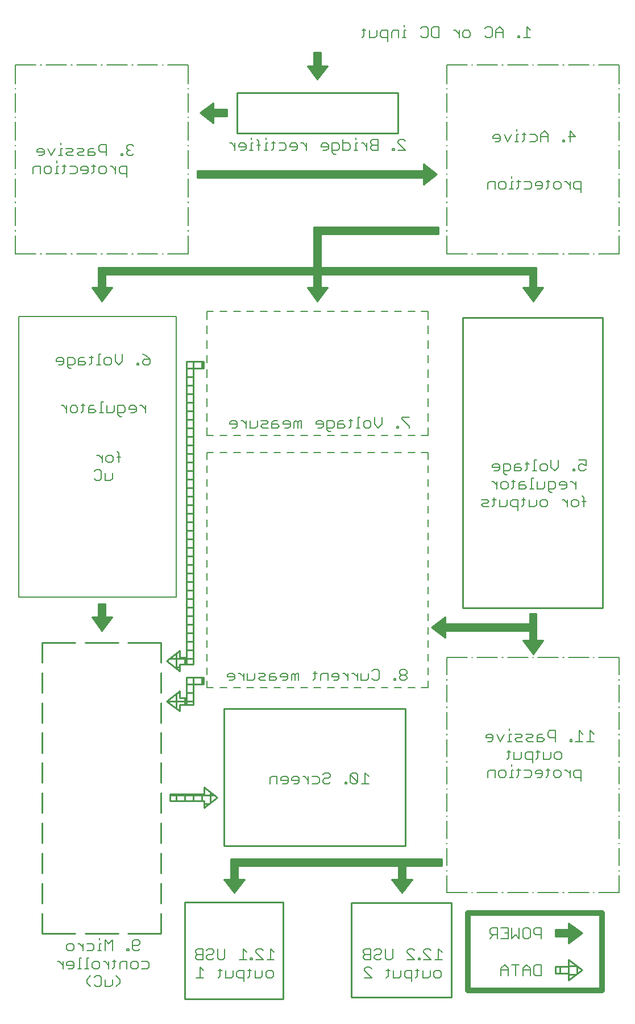
<source format=gbo>
G75*
%MOIN*%
%OFA0B0*%
%FSLAX25Y25*%
%IPPOS*%
%LPD*%
%AMOC8*
5,1,8,0,0,1.08239X$1,22.5*
%
%ADD10C,0.00591*%
%ADD11C,0.01000*%
%ADD12C,0.00600*%
%ADD13C,0.03200*%
D10*
X0150277Y0241404D02*
X0150277Y0245341D01*
X0150277Y0249278D02*
X0150277Y0253215D01*
X0150277Y0257152D02*
X0150277Y0261089D01*
X0150277Y0265026D02*
X0150277Y0268963D01*
X0150277Y0272900D02*
X0150277Y0276837D01*
X0150277Y0280774D02*
X0150277Y0284711D01*
X0150277Y0288648D02*
X0150277Y0292585D01*
X0150277Y0296522D02*
X0150277Y0300459D01*
X0150277Y0304396D02*
X0150277Y0308333D01*
X0150277Y0312270D02*
X0150277Y0316207D01*
X0150277Y0320144D02*
X0150277Y0324081D01*
X0150277Y0328018D02*
X0150277Y0331955D01*
X0150277Y0335892D02*
X0150277Y0339829D01*
X0150277Y0343766D02*
X0150277Y0347703D01*
X0150277Y0351640D02*
X0150277Y0355577D01*
X0150277Y0359514D02*
X0150277Y0363451D01*
X0150277Y0367388D02*
X0150277Y0371325D01*
X0150277Y0375262D02*
X0150277Y0379199D01*
X0154214Y0379199D01*
X0158151Y0379199D02*
X0162088Y0379199D01*
X0166025Y0379199D02*
X0169962Y0379199D01*
X0173899Y0379199D02*
X0177836Y0379199D01*
X0181773Y0379199D02*
X0185710Y0379199D01*
X0189647Y0379199D02*
X0193584Y0379199D01*
X0197521Y0379199D02*
X0201458Y0379199D01*
X0205395Y0379199D02*
X0209332Y0379199D01*
X0213269Y0379199D02*
X0217206Y0379199D01*
X0221143Y0379199D02*
X0225080Y0379199D01*
X0229017Y0379199D02*
X0232954Y0379199D01*
X0236891Y0379199D02*
X0240828Y0379199D01*
X0244765Y0379199D02*
X0248702Y0379199D01*
X0252639Y0379199D02*
X0256576Y0379199D01*
X0260513Y0379199D02*
X0264450Y0379199D01*
X0268387Y0379199D02*
X0272324Y0379199D01*
X0276261Y0379199D02*
X0280198Y0379199D01*
X0280198Y0375262D01*
X0280198Y0371325D02*
X0280198Y0367388D01*
X0280198Y0363451D02*
X0280198Y0359514D01*
X0280198Y0355577D02*
X0280198Y0351640D01*
X0280198Y0347703D02*
X0280198Y0343766D01*
X0280198Y0339829D02*
X0280198Y0335892D01*
X0280198Y0331955D02*
X0280198Y0328018D01*
X0280198Y0324081D02*
X0280198Y0320144D01*
X0280198Y0316207D02*
X0280198Y0312270D01*
X0280198Y0308333D02*
X0280198Y0304396D01*
X0280198Y0300459D02*
X0280198Y0296522D01*
X0280198Y0292585D02*
X0280198Y0288648D01*
X0280198Y0284711D02*
X0280198Y0280774D01*
X0280198Y0276837D02*
X0280198Y0272900D01*
X0280198Y0268963D02*
X0280198Y0265026D01*
X0280198Y0261089D02*
X0280198Y0257152D01*
X0280198Y0253215D02*
X0280198Y0249278D01*
X0280198Y0245341D02*
X0280198Y0241404D01*
X0276261Y0241404D01*
X0272324Y0241404D02*
X0268387Y0241404D01*
X0264450Y0241404D02*
X0260513Y0241404D01*
X0256576Y0241404D02*
X0252639Y0241404D01*
X0248702Y0241404D02*
X0244765Y0241404D01*
X0240828Y0241404D02*
X0236891Y0241404D01*
X0232954Y0241404D02*
X0229017Y0241404D01*
X0225080Y0241404D02*
X0221143Y0241404D01*
X0217206Y0241404D02*
X0213269Y0241404D01*
X0209332Y0241404D02*
X0205395Y0241404D01*
X0201458Y0241404D02*
X0197521Y0241404D01*
X0193584Y0241404D02*
X0189647Y0241404D01*
X0185710Y0241404D02*
X0181773Y0241404D01*
X0177836Y0241404D02*
X0173899Y0241404D01*
X0169962Y0241404D02*
X0166025Y0241404D01*
X0162088Y0241404D02*
X0158151Y0241404D01*
X0154214Y0241404D02*
X0150277Y0241404D01*
X0132543Y0294554D02*
X0132543Y0458924D01*
X0040041Y0458924D01*
X0040041Y0294554D01*
X0132543Y0294554D01*
X0150277Y0389042D02*
X0154214Y0389042D01*
X0150277Y0389042D02*
X0150277Y0393635D01*
X0150277Y0397572D02*
X0150277Y0402165D01*
X0150277Y0406102D02*
X0150277Y0410695D01*
X0150277Y0414632D02*
X0150277Y0419225D01*
X0150277Y0423162D02*
X0150277Y0427756D01*
X0150277Y0431693D02*
X0150277Y0436286D01*
X0150277Y0440223D02*
X0150277Y0444816D01*
X0150277Y0448753D02*
X0150277Y0453346D01*
X0150277Y0457283D02*
X0150277Y0461876D01*
X0154214Y0461876D01*
X0158151Y0461876D02*
X0162088Y0461876D01*
X0166025Y0461876D02*
X0169962Y0461876D01*
X0173899Y0461876D02*
X0177836Y0461876D01*
X0181773Y0461876D02*
X0185710Y0461876D01*
X0189647Y0461876D02*
X0193584Y0461876D01*
X0197521Y0461876D02*
X0201458Y0461876D01*
X0205395Y0461876D02*
X0209332Y0461876D01*
X0213269Y0461876D02*
X0217206Y0461876D01*
X0221143Y0461876D02*
X0225080Y0461876D01*
X0229017Y0461876D02*
X0232954Y0461876D01*
X0236891Y0461876D02*
X0240828Y0461876D01*
X0244765Y0461876D02*
X0248702Y0461876D01*
X0252639Y0461876D02*
X0256576Y0461876D01*
X0260513Y0461876D02*
X0264450Y0461876D01*
X0268387Y0461876D02*
X0272324Y0461876D01*
X0276261Y0461876D02*
X0280198Y0461876D01*
X0280198Y0457283D01*
X0280198Y0453346D02*
X0280198Y0448753D01*
X0280198Y0444816D02*
X0280198Y0440223D01*
X0280198Y0436286D02*
X0280198Y0431693D01*
X0280198Y0427756D02*
X0280198Y0423162D01*
X0280198Y0419225D02*
X0280198Y0414632D01*
X0280198Y0410695D02*
X0280198Y0406102D01*
X0280198Y0402165D02*
X0280198Y0397572D01*
X0280198Y0393635D02*
X0280198Y0389042D01*
X0276261Y0389042D01*
X0272324Y0389042D02*
X0268387Y0389042D01*
X0264450Y0389042D02*
X0260513Y0389042D01*
X0256576Y0389042D02*
X0252639Y0389042D01*
X0248702Y0389042D02*
X0244765Y0389042D01*
X0240828Y0389042D02*
X0236891Y0389042D01*
X0232954Y0389042D02*
X0229017Y0389042D01*
X0225080Y0389042D02*
X0221143Y0389042D01*
X0217206Y0389042D02*
X0213269Y0389042D01*
X0209332Y0389042D02*
X0205395Y0389042D01*
X0201458Y0389042D02*
X0197521Y0389042D01*
X0193584Y0389042D02*
X0189647Y0389042D01*
X0185710Y0389042D02*
X0181773Y0389042D01*
X0177836Y0389042D02*
X0173899Y0389042D01*
X0169962Y0389042D02*
X0166025Y0389042D01*
X0162088Y0389042D02*
X0158151Y0389042D01*
X0139450Y0495341D02*
X0127508Y0495341D01*
X0124821Y0495341D02*
X0124290Y0495341D01*
X0121603Y0495341D02*
X0109660Y0495341D01*
X0106973Y0495341D02*
X0106442Y0495341D01*
X0103755Y0495341D02*
X0091813Y0495341D01*
X0089126Y0495341D02*
X0088594Y0495341D01*
X0085907Y0495341D02*
X0073965Y0495341D01*
X0071278Y0495341D02*
X0070746Y0495341D01*
X0068059Y0495341D02*
X0056117Y0495341D01*
X0053430Y0495341D02*
X0052899Y0495341D01*
X0050212Y0495341D02*
X0038269Y0495341D01*
X0038269Y0506089D01*
X0038269Y0508776D02*
X0038269Y0509307D01*
X0038269Y0511994D02*
X0038269Y0522743D01*
X0038269Y0525430D02*
X0038269Y0525961D01*
X0038269Y0528648D02*
X0038269Y0539396D01*
X0038269Y0542083D02*
X0038269Y0542615D01*
X0038269Y0545302D02*
X0038269Y0556050D01*
X0038269Y0558737D02*
X0038269Y0559268D01*
X0038269Y0561955D02*
X0038269Y0572703D01*
X0038269Y0575390D02*
X0038269Y0575922D01*
X0038269Y0578609D02*
X0038269Y0589357D01*
X0038269Y0592044D02*
X0038269Y0592575D01*
X0038269Y0595262D02*
X0038269Y0606010D01*
X0050212Y0606010D01*
X0052899Y0606010D02*
X0053430Y0606010D01*
X0056117Y0606010D02*
X0068059Y0606010D01*
X0070746Y0606010D02*
X0071278Y0606010D01*
X0073965Y0606010D02*
X0085907Y0606010D01*
X0088594Y0606010D02*
X0089126Y0606010D01*
X0091813Y0606010D02*
X0103755Y0606010D01*
X0106442Y0606010D02*
X0106973Y0606010D01*
X0109660Y0606010D02*
X0121603Y0606010D01*
X0124290Y0606010D02*
X0124821Y0606010D01*
X0127508Y0606010D02*
X0139450Y0606010D01*
X0139450Y0595262D01*
X0139450Y0592575D02*
X0139450Y0592044D01*
X0139450Y0589357D02*
X0139450Y0578609D01*
X0139450Y0575922D02*
X0139450Y0575390D01*
X0139450Y0572703D02*
X0139450Y0561955D01*
X0139450Y0559268D02*
X0139450Y0558737D01*
X0139450Y0556050D02*
X0139450Y0545302D01*
X0139450Y0542615D02*
X0139450Y0542083D01*
X0139450Y0539396D02*
X0139450Y0528648D01*
X0139450Y0525961D02*
X0139450Y0525430D01*
X0139450Y0522743D02*
X0139450Y0511994D01*
X0139450Y0509307D02*
X0139450Y0508776D01*
X0139450Y0506089D02*
X0139450Y0495341D01*
X0291025Y0495341D02*
X0302967Y0495341D01*
X0305654Y0495341D02*
X0306186Y0495341D01*
X0308873Y0495341D02*
X0320815Y0495341D01*
X0323502Y0495341D02*
X0324034Y0495341D01*
X0326721Y0495341D02*
X0338663Y0495341D01*
X0341350Y0495341D02*
X0341881Y0495341D01*
X0344569Y0495341D02*
X0356511Y0495341D01*
X0359198Y0495341D02*
X0359729Y0495341D01*
X0362416Y0495341D02*
X0374359Y0495341D01*
X0377046Y0495341D02*
X0377577Y0495341D01*
X0380264Y0495341D02*
X0392206Y0495341D01*
X0392206Y0506089D01*
X0392206Y0508776D02*
X0392206Y0509307D01*
X0392206Y0511994D02*
X0392206Y0522743D01*
X0392206Y0525430D02*
X0392206Y0525961D01*
X0392206Y0528648D02*
X0392206Y0539396D01*
X0392206Y0542083D02*
X0392206Y0542615D01*
X0392206Y0545302D02*
X0392206Y0556050D01*
X0392206Y0558737D02*
X0392206Y0559268D01*
X0392206Y0561955D02*
X0392206Y0572703D01*
X0392206Y0575390D02*
X0392206Y0575922D01*
X0392206Y0578609D02*
X0392206Y0589357D01*
X0392206Y0592044D02*
X0392206Y0592575D01*
X0392206Y0595262D02*
X0392206Y0606010D01*
X0380264Y0606010D01*
X0377577Y0606010D02*
X0377046Y0606010D01*
X0374359Y0606010D02*
X0362416Y0606010D01*
X0359729Y0606010D02*
X0359198Y0606010D01*
X0356511Y0606010D02*
X0344569Y0606010D01*
X0341881Y0606010D02*
X0341350Y0606010D01*
X0338663Y0606010D02*
X0326721Y0606010D01*
X0324034Y0606010D02*
X0323502Y0606010D01*
X0320815Y0606010D02*
X0308873Y0606010D01*
X0306186Y0606010D02*
X0305654Y0606010D01*
X0302967Y0606010D02*
X0291025Y0606010D01*
X0291025Y0595262D01*
X0291025Y0592575D02*
X0291025Y0592044D01*
X0291025Y0589357D02*
X0291025Y0578609D01*
X0291025Y0575922D02*
X0291025Y0575390D01*
X0291025Y0572703D02*
X0291025Y0561955D01*
X0291025Y0559268D02*
X0291025Y0558737D01*
X0291025Y0556050D02*
X0291025Y0545302D01*
X0291025Y0542615D02*
X0291025Y0542083D01*
X0291025Y0539396D02*
X0291025Y0528648D01*
X0291025Y0525961D02*
X0291025Y0525430D01*
X0291025Y0522743D02*
X0291025Y0511994D01*
X0291025Y0509307D02*
X0291025Y0508776D01*
X0291025Y0506089D02*
X0291025Y0495341D01*
X0291025Y0259120D02*
X0302967Y0259120D01*
X0305654Y0259120D02*
X0306186Y0259120D01*
X0308873Y0259120D02*
X0320815Y0259120D01*
X0323502Y0259120D02*
X0324034Y0259120D01*
X0326721Y0259120D02*
X0338663Y0259120D01*
X0341350Y0259120D02*
X0341881Y0259120D01*
X0344569Y0259120D02*
X0356511Y0259120D01*
X0359198Y0259120D02*
X0359729Y0259120D01*
X0362416Y0259120D02*
X0374359Y0259120D01*
X0377046Y0259120D02*
X0377577Y0259120D01*
X0380264Y0259120D02*
X0392206Y0259120D01*
X0392206Y0249059D01*
X0392206Y0246372D02*
X0392206Y0245841D01*
X0392206Y0243154D02*
X0392206Y0233092D01*
X0392206Y0230405D02*
X0392206Y0229874D01*
X0392206Y0227187D02*
X0392206Y0217126D01*
X0392206Y0214439D02*
X0392206Y0213907D01*
X0392206Y0211220D02*
X0392206Y0201159D01*
X0392206Y0198472D02*
X0392206Y0197940D01*
X0392206Y0195253D02*
X0392206Y0185192D01*
X0392206Y0182505D02*
X0392206Y0181974D01*
X0392206Y0179287D02*
X0392206Y0169225D01*
X0392206Y0166538D02*
X0392206Y0166007D01*
X0392206Y0163320D02*
X0392206Y0153259D01*
X0392206Y0150572D02*
X0392206Y0150040D01*
X0392206Y0147353D02*
X0392206Y0137292D01*
X0392206Y0134605D02*
X0392206Y0134073D01*
X0392206Y0131386D02*
X0392206Y0121325D01*
X0380264Y0121325D01*
X0377577Y0121325D02*
X0377046Y0121325D01*
X0374359Y0121325D02*
X0362416Y0121325D01*
X0359729Y0121325D02*
X0359198Y0121325D01*
X0356511Y0121325D02*
X0344569Y0121325D01*
X0341881Y0121325D02*
X0341350Y0121325D01*
X0338663Y0121325D02*
X0326721Y0121325D01*
X0324034Y0121325D02*
X0323502Y0121325D01*
X0320815Y0121325D02*
X0308873Y0121325D01*
X0306186Y0121325D02*
X0305654Y0121325D01*
X0302967Y0121325D02*
X0291025Y0121325D01*
X0291025Y0131386D01*
X0291025Y0134073D02*
X0291025Y0134605D01*
X0291025Y0137292D02*
X0291025Y0147353D01*
X0291025Y0150040D02*
X0291025Y0150572D01*
X0291025Y0153259D02*
X0291025Y0163320D01*
X0291025Y0166007D02*
X0291025Y0166538D01*
X0291025Y0169225D02*
X0291025Y0179287D01*
X0291025Y0181974D02*
X0291025Y0182505D01*
X0291025Y0185192D02*
X0291025Y0195253D01*
X0291025Y0197940D02*
X0291025Y0198472D01*
X0291025Y0201159D02*
X0291025Y0211220D01*
X0291025Y0213907D02*
X0291025Y0214439D01*
X0291025Y0217126D02*
X0291025Y0227187D01*
X0291025Y0229874D02*
X0291025Y0230405D01*
X0291025Y0233092D02*
X0291025Y0243154D01*
X0291025Y0245841D02*
X0291025Y0246372D01*
X0291025Y0249059D02*
X0291025Y0259120D01*
D11*
X0053924Y0109248D02*
X0053924Y0097533D01*
X0073187Y0097533D01*
X0079093Y0097533D02*
X0098356Y0097533D01*
X0104261Y0097533D02*
X0123524Y0097533D01*
X0123524Y0109248D01*
X0123524Y0115154D02*
X0123524Y0126869D01*
X0123524Y0132774D02*
X0123524Y0144489D01*
X0123524Y0150395D02*
X0123524Y0162110D01*
X0123524Y0168015D02*
X0123524Y0179730D01*
X0128624Y0179104D02*
X0128624Y0175167D01*
X0148702Y0175167D01*
X0148702Y0171230D01*
X0156576Y0177135D01*
X0148702Y0183041D01*
X0148702Y0179104D01*
X0128624Y0179104D01*
X0128624Y0178333D02*
X0154979Y0178333D01*
X0152324Y0180324D02*
X0152324Y0173947D01*
X0151506Y0173333D02*
X0148702Y0173333D01*
X0147324Y0175167D02*
X0147324Y0179104D01*
X0142324Y0179104D02*
X0142324Y0175167D01*
X0137324Y0175167D02*
X0137324Y0179104D01*
X0132324Y0179104D02*
X0132324Y0175167D01*
X0123524Y0185636D02*
X0123524Y0197351D01*
X0123524Y0203256D02*
X0123524Y0214971D01*
X0123524Y0220877D02*
X0123524Y0232592D01*
X0126655Y0233530D02*
X0134529Y0239435D01*
X0134529Y0235498D01*
X0138466Y0235498D01*
X0138466Y0231561D01*
X0138466Y0247309D01*
X0148309Y0247309D01*
X0148309Y0243372D01*
X0142403Y0243372D01*
X0142403Y0231561D01*
X0138466Y0231561D01*
X0134529Y0231561D01*
X0134529Y0227624D01*
X0126655Y0233530D01*
X0126918Y0233333D02*
X0138466Y0233333D01*
X0142403Y0233333D01*
X0142324Y0231561D02*
X0142324Y0247309D01*
X0142403Y0243333D02*
X0138466Y0243333D01*
X0138466Y0238333D02*
X0142403Y0238333D01*
X0147324Y0243372D02*
X0147324Y0247309D01*
X0142403Y0255183D02*
X0142403Y0428412D01*
X0138466Y0428412D01*
X0138466Y0432349D01*
X0148309Y0432349D01*
X0148309Y0428412D01*
X0138466Y0428412D01*
X0138466Y0255183D01*
X0142403Y0255183D01*
X0142324Y0255183D02*
X0142324Y0428412D01*
X0142324Y0432349D01*
X0142403Y0428333D02*
X0138466Y0428333D01*
X0138466Y0423333D02*
X0142403Y0423333D01*
X0142403Y0418333D02*
X0138466Y0418333D01*
X0138466Y0413333D02*
X0142403Y0413333D01*
X0142403Y0408333D02*
X0138466Y0408333D01*
X0138466Y0403333D02*
X0142403Y0403333D01*
X0142403Y0398333D02*
X0138466Y0398333D01*
X0138466Y0393333D02*
X0142403Y0393333D01*
X0142403Y0388333D02*
X0138466Y0388333D01*
X0138466Y0383333D02*
X0142403Y0383333D01*
X0142403Y0378333D02*
X0138466Y0378333D01*
X0138466Y0373333D02*
X0142403Y0373333D01*
X0142403Y0368333D02*
X0138466Y0368333D01*
X0138466Y0363333D02*
X0142403Y0363333D01*
X0142403Y0358333D02*
X0138466Y0358333D01*
X0138466Y0353333D02*
X0142403Y0353333D01*
X0142403Y0348333D02*
X0138466Y0348333D01*
X0138466Y0343333D02*
X0142403Y0343333D01*
X0142403Y0338333D02*
X0138466Y0338333D01*
X0138466Y0333333D02*
X0142403Y0333333D01*
X0142403Y0328333D02*
X0138466Y0328333D01*
X0138466Y0323333D02*
X0142403Y0323333D01*
X0142403Y0318333D02*
X0138466Y0318333D01*
X0138466Y0313333D02*
X0142403Y0313333D01*
X0142403Y0308333D02*
X0138466Y0308333D01*
X0138466Y0303333D02*
X0142403Y0303333D01*
X0142403Y0298333D02*
X0138466Y0298333D01*
X0138466Y0293333D02*
X0142403Y0293333D01*
X0142403Y0288333D02*
X0138466Y0288333D01*
X0138466Y0283333D02*
X0142403Y0283333D01*
X0142403Y0278333D02*
X0138466Y0278333D01*
X0138466Y0273333D02*
X0142403Y0273333D01*
X0142403Y0268333D02*
X0138466Y0268333D01*
X0138466Y0263333D02*
X0142403Y0263333D01*
X0142403Y0258333D02*
X0138466Y0258333D01*
X0128230Y0258333D01*
X0127324Y0257654D02*
X0127324Y0256650D01*
X0126655Y0257152D02*
X0134529Y0263057D01*
X0134529Y0259120D01*
X0138466Y0259120D01*
X0138466Y0255183D01*
X0134529Y0255183D01*
X0134529Y0251246D01*
X0126655Y0257152D01*
X0123524Y0256118D02*
X0123524Y0267833D01*
X0104261Y0267833D01*
X0098356Y0267833D02*
X0079093Y0267833D01*
X0073187Y0267833D02*
X0053924Y0267833D01*
X0053924Y0256118D01*
X0053924Y0250213D02*
X0053924Y0238497D01*
X0053924Y0232592D02*
X0053924Y0220877D01*
X0053924Y0214971D02*
X0053924Y0203256D01*
X0053924Y0197351D02*
X0053924Y0185636D01*
X0053924Y0179730D02*
X0053924Y0168015D01*
X0053924Y0162110D02*
X0053924Y0150395D01*
X0053924Y0144489D02*
X0053924Y0132774D01*
X0053924Y0126869D02*
X0053924Y0115154D01*
X0127324Y0233028D02*
X0127324Y0234032D01*
X0123524Y0238497D02*
X0123524Y0250213D01*
X0131747Y0253333D02*
X0134529Y0253333D01*
X0132324Y0252900D02*
X0132324Y0261404D01*
X0137324Y0259120D02*
X0137324Y0255183D01*
X0134529Y0238333D02*
X0133059Y0238333D01*
X0132324Y0237782D02*
X0132324Y0229278D01*
X0133584Y0228333D02*
X0134529Y0228333D01*
X0137324Y0231561D02*
X0137324Y0235498D01*
X0160474Y0228963D02*
X0160474Y0148884D01*
X0266773Y0148884D01*
X0266773Y0228963D01*
X0160474Y0228963D01*
X0164450Y0141010D02*
X0164450Y0137073D01*
X0164450Y0129199D01*
X0160513Y0129199D01*
X0166419Y0121325D01*
X0172324Y0129199D01*
X0168387Y0129199D01*
X0168387Y0137073D01*
X0164450Y0137073D01*
X0288072Y0137073D01*
X0288072Y0141010D01*
X0164450Y0141010D01*
X0164450Y0140211D02*
X0288072Y0140211D01*
X0288072Y0139212D02*
X0164450Y0139212D01*
X0164450Y0138214D02*
X0288072Y0138214D01*
X0288072Y0137215D02*
X0164450Y0137215D01*
X0164450Y0136217D02*
X0168387Y0136217D01*
X0168387Y0135218D02*
X0164450Y0135218D01*
X0164450Y0134220D02*
X0168387Y0134220D01*
X0168387Y0133221D02*
X0164450Y0133221D01*
X0164450Y0132223D02*
X0168387Y0132223D01*
X0168387Y0131224D02*
X0164450Y0131224D01*
X0164450Y0130226D02*
X0168387Y0130226D01*
X0168387Y0129227D02*
X0164450Y0129227D01*
X0161990Y0127230D02*
X0170848Y0127230D01*
X0170099Y0126232D02*
X0162739Y0126232D01*
X0163488Y0125233D02*
X0169350Y0125233D01*
X0168601Y0124235D02*
X0164237Y0124235D01*
X0164986Y0123236D02*
X0167852Y0123236D01*
X0167103Y0122238D02*
X0165734Y0122238D01*
X0161241Y0128229D02*
X0171597Y0128229D01*
X0195024Y0115733D02*
X0195024Y0059233D01*
X0137524Y0059233D01*
X0137524Y0115833D01*
X0137524Y0115733D02*
X0195024Y0115733D01*
X0235224Y0115333D02*
X0235224Y0060233D01*
X0293924Y0060233D01*
X0293924Y0115333D01*
X0235224Y0115333D01*
X0258939Y0129199D02*
X0264844Y0121325D01*
X0270750Y0129199D01*
X0266813Y0129199D01*
X0266813Y0137073D01*
X0262876Y0137073D01*
X0262876Y0129199D01*
X0258939Y0129199D01*
X0259666Y0128229D02*
X0270022Y0128229D01*
X0269273Y0127230D02*
X0260415Y0127230D01*
X0261164Y0126232D02*
X0268524Y0126232D01*
X0267775Y0125233D02*
X0261913Y0125233D01*
X0262662Y0124235D02*
X0267026Y0124235D01*
X0266277Y0123236D02*
X0263411Y0123236D01*
X0264160Y0122238D02*
X0265529Y0122238D01*
X0266813Y0129227D02*
X0262876Y0129227D01*
X0262876Y0130226D02*
X0266813Y0130226D01*
X0266813Y0131224D02*
X0262876Y0131224D01*
X0262876Y0132223D02*
X0266813Y0132223D01*
X0266813Y0133221D02*
X0262876Y0133221D01*
X0262876Y0134220D02*
X0266813Y0134220D01*
X0266813Y0135218D02*
X0262876Y0135218D01*
X0262876Y0136217D02*
X0266813Y0136217D01*
X0341616Y0261089D02*
X0335710Y0268963D01*
X0339647Y0268963D01*
X0339647Y0284711D01*
X0343584Y0284711D01*
X0343584Y0268963D01*
X0347521Y0268963D01*
X0341616Y0261089D01*
X0340910Y0262029D02*
X0342321Y0262029D01*
X0343070Y0263028D02*
X0340162Y0263028D01*
X0339413Y0264026D02*
X0343819Y0264026D01*
X0344568Y0265025D02*
X0338664Y0265025D01*
X0337915Y0266023D02*
X0345317Y0266023D01*
X0346065Y0267022D02*
X0337166Y0267022D01*
X0336417Y0268020D02*
X0346814Y0268020D01*
X0343584Y0269019D02*
X0339647Y0269019D01*
X0339647Y0270017D02*
X0343584Y0270017D01*
X0343584Y0271016D02*
X0339647Y0271016D01*
X0339647Y0272014D02*
X0343584Y0272014D01*
X0343584Y0273013D02*
X0339647Y0273013D01*
X0339647Y0274012D02*
X0343584Y0274012D01*
X0343584Y0274869D02*
X0297915Y0274869D01*
X0297915Y0278806D01*
X0343584Y0278806D01*
X0343584Y0274869D01*
X0343584Y0275010D02*
X0297915Y0275010D01*
X0284603Y0275010D01*
X0285934Y0274012D02*
X0290041Y0274012D01*
X0290041Y0274869D02*
X0297915Y0274869D01*
X0297915Y0278806D01*
X0290041Y0278806D01*
X0290041Y0282743D01*
X0282167Y0276837D01*
X0290041Y0270931D01*
X0290041Y0274869D01*
X0290041Y0273013D02*
X0287266Y0273013D01*
X0288597Y0272014D02*
X0290041Y0272014D01*
X0290041Y0271016D02*
X0289928Y0271016D01*
X0290041Y0279004D02*
X0285056Y0279004D01*
X0283725Y0278006D02*
X0297915Y0278006D01*
X0343584Y0278006D01*
X0339647Y0278006D01*
X0339647Y0279004D02*
X0343584Y0279004D01*
X0343584Y0280003D02*
X0339647Y0280003D01*
X0339647Y0281001D02*
X0343584Y0281001D01*
X0343584Y0282000D02*
X0339647Y0282000D01*
X0339647Y0282998D02*
X0343584Y0282998D01*
X0343584Y0283997D02*
X0339647Y0283997D01*
X0339647Y0277007D02*
X0343584Y0277007D01*
X0297915Y0277007D01*
X0282394Y0277007D01*
X0283272Y0276009D02*
X0297915Y0276009D01*
X0343584Y0276009D01*
X0339647Y0276009D01*
X0339647Y0275010D02*
X0343584Y0275010D01*
X0382524Y0288233D02*
X0382524Y0458033D01*
X0300524Y0458033D01*
X0300524Y0288233D01*
X0382524Y0288233D01*
X0290041Y0282000D02*
X0289050Y0282000D01*
X0290041Y0281001D02*
X0287719Y0281001D01*
X0286388Y0280003D02*
X0290041Y0280003D01*
X0362482Y0103609D02*
X0362482Y0099672D01*
X0354608Y0099672D01*
X0354608Y0095735D01*
X0362482Y0095735D01*
X0362482Y0091798D01*
X0370356Y0097703D01*
X0362482Y0103609D01*
X0362482Y0103266D02*
X0362939Y0103266D01*
X0362482Y0102268D02*
X0364270Y0102268D01*
X0365601Y0101269D02*
X0362482Y0101269D01*
X0362482Y0100271D02*
X0366933Y0100271D01*
X0368264Y0099272D02*
X0354608Y0099272D01*
X0354608Y0098274D02*
X0369595Y0098274D01*
X0369785Y0097275D02*
X0354608Y0097275D01*
X0354608Y0096277D02*
X0368454Y0096277D01*
X0367122Y0095278D02*
X0362482Y0095278D01*
X0362482Y0094279D02*
X0365791Y0094279D01*
X0364460Y0093281D02*
X0362482Y0093281D01*
X0362482Y0092282D02*
X0363128Y0092282D01*
X0362482Y0081955D02*
X0362482Y0078018D01*
X0354608Y0078018D01*
X0354608Y0074081D01*
X0362482Y0074081D01*
X0362482Y0070144D01*
X0370356Y0076050D01*
X0362482Y0081955D01*
X0362482Y0078333D02*
X0367311Y0078333D01*
X0367324Y0078323D02*
X0367324Y0073776D01*
X0366734Y0073333D02*
X0362482Y0073333D01*
X0362324Y0074081D02*
X0362324Y0078018D01*
X0357324Y0078018D02*
X0357324Y0074081D01*
X0147324Y0428412D02*
X0147324Y0432349D01*
X0092560Y0472715D02*
X0085160Y0472715D01*
X0085909Y0471717D02*
X0091811Y0471717D01*
X0091062Y0470718D02*
X0086658Y0470718D01*
X0087406Y0469720D02*
X0090313Y0469720D01*
X0089564Y0468721D02*
X0088155Y0468721D01*
X0088860Y0467782D02*
X0082954Y0475656D01*
X0086891Y0475656D01*
X0086891Y0483530D01*
X0086891Y0487467D01*
X0343584Y0487467D01*
X0343584Y0483530D01*
X0086891Y0483530D01*
X0090828Y0483530D01*
X0090828Y0475656D01*
X0094765Y0475656D01*
X0088860Y0467782D01*
X0084411Y0473714D02*
X0093309Y0473714D01*
X0094058Y0474712D02*
X0083662Y0474712D01*
X0086891Y0475711D02*
X0090828Y0475711D01*
X0090828Y0476709D02*
X0086891Y0476709D01*
X0086891Y0477708D02*
X0090828Y0477708D01*
X0090828Y0478706D02*
X0086891Y0478706D01*
X0086891Y0479705D02*
X0090828Y0479705D01*
X0090828Y0480703D02*
X0086891Y0480703D01*
X0086891Y0481702D02*
X0090828Y0481702D01*
X0090828Y0482700D02*
X0086891Y0482700D01*
X0086891Y0483699D02*
X0343584Y0483699D01*
X0343584Y0483530D02*
X0339647Y0483530D01*
X0339647Y0475656D01*
X0335710Y0475656D01*
X0341616Y0467782D01*
X0347521Y0475656D01*
X0343584Y0475656D01*
X0343584Y0483530D01*
X0343584Y0482700D02*
X0339647Y0482700D01*
X0339647Y0481702D02*
X0343584Y0481702D01*
X0343584Y0480703D02*
X0339647Y0480703D01*
X0339647Y0479705D02*
X0343584Y0479705D01*
X0343584Y0478706D02*
X0339647Y0478706D01*
X0339647Y0477708D02*
X0343584Y0477708D01*
X0343584Y0476709D02*
X0339647Y0476709D01*
X0339647Y0475711D02*
X0343584Y0475711D01*
X0346065Y0473714D02*
X0337167Y0473714D01*
X0336418Y0474712D02*
X0346814Y0474712D01*
X0345316Y0472715D02*
X0337916Y0472715D01*
X0338665Y0471717D02*
X0344567Y0471717D01*
X0343818Y0470718D02*
X0339413Y0470718D01*
X0340162Y0469720D02*
X0343069Y0469720D01*
X0342320Y0468721D02*
X0340911Y0468721D01*
X0343584Y0484697D02*
X0086891Y0484697D01*
X0086891Y0485696D02*
X0343584Y0485696D01*
X0343584Y0486694D02*
X0086891Y0486694D01*
X0144609Y0540178D02*
X0277302Y0540178D01*
X0277302Y0536241D01*
X0285176Y0542146D01*
X0277302Y0548052D01*
X0277302Y0544115D01*
X0144609Y0544115D01*
X0144609Y0540178D01*
X0144609Y0540614D02*
X0283132Y0540614D01*
X0281801Y0539616D02*
X0277302Y0539616D01*
X0277302Y0538617D02*
X0280470Y0538617D01*
X0279138Y0537619D02*
X0277302Y0537619D01*
X0277302Y0536620D02*
X0277807Y0536620D01*
X0277302Y0544608D02*
X0281893Y0544608D01*
X0280562Y0545607D02*
X0277302Y0545607D01*
X0277302Y0546605D02*
X0279231Y0546605D01*
X0277899Y0547604D02*
X0277302Y0547604D01*
X0283225Y0543610D02*
X0144609Y0543610D01*
X0144609Y0542611D02*
X0284556Y0542611D01*
X0284464Y0541613D02*
X0144609Y0541613D01*
X0154214Y0572113D02*
X0154214Y0576050D01*
X0162088Y0576050D01*
X0162088Y0579987D01*
X0154214Y0579987D01*
X0154214Y0583924D01*
X0146340Y0578018D01*
X0154214Y0572113D01*
X0154214Y0572566D02*
X0153609Y0572566D01*
X0154214Y0573565D02*
X0152278Y0573565D01*
X0150946Y0574563D02*
X0154214Y0574563D01*
X0154214Y0575562D02*
X0149615Y0575562D01*
X0148284Y0576560D02*
X0162088Y0576560D01*
X0162088Y0577559D02*
X0146952Y0577559D01*
X0147059Y0578557D02*
X0162088Y0578557D01*
X0162088Y0579556D02*
X0148391Y0579556D01*
X0149722Y0580554D02*
X0154214Y0580554D01*
X0154214Y0581553D02*
X0151053Y0581553D01*
X0152385Y0582552D02*
X0154214Y0582552D01*
X0154214Y0583550D02*
X0153716Y0583550D01*
X0167994Y0589829D02*
X0167994Y0566207D01*
X0262482Y0566207D01*
X0262482Y0589829D01*
X0167994Y0589829D01*
X0209332Y0605577D02*
X0215238Y0597703D01*
X0221143Y0605577D01*
X0217206Y0605577D01*
X0217206Y0613451D01*
X0213269Y0613451D01*
X0213269Y0605577D01*
X0209332Y0605577D01*
X0209377Y0605517D02*
X0221098Y0605517D01*
X0220349Y0604519D02*
X0210126Y0604519D01*
X0210875Y0603520D02*
X0219601Y0603520D01*
X0218852Y0602522D02*
X0211624Y0602522D01*
X0212373Y0601523D02*
X0218103Y0601523D01*
X0217354Y0600525D02*
X0213122Y0600525D01*
X0213870Y0599526D02*
X0216605Y0599526D01*
X0215856Y0598528D02*
X0214619Y0598528D01*
X0213269Y0606516D02*
X0217206Y0606516D01*
X0217206Y0607514D02*
X0213269Y0607514D01*
X0213269Y0608513D02*
X0217206Y0608513D01*
X0217206Y0609511D02*
X0213269Y0609511D01*
X0213269Y0610510D02*
X0217206Y0610510D01*
X0217206Y0611508D02*
X0213269Y0611508D01*
X0213269Y0612507D02*
X0217206Y0612507D01*
X0213269Y0511089D02*
X0213269Y0507152D01*
X0286104Y0507152D01*
X0286104Y0511089D01*
X0213269Y0511089D01*
X0213269Y0510659D02*
X0286104Y0510659D01*
X0286104Y0509660D02*
X0213269Y0509660D01*
X0213269Y0508662D02*
X0286104Y0508662D01*
X0286104Y0507663D02*
X0213269Y0507663D01*
X0213269Y0507152D02*
X0213269Y0475656D01*
X0209332Y0475656D01*
X0215238Y0467782D01*
X0221143Y0475656D01*
X0217206Y0475656D01*
X0217206Y0507152D01*
X0213269Y0507152D01*
X0213269Y0506665D02*
X0217206Y0506665D01*
X0217206Y0505666D02*
X0213269Y0505666D01*
X0213269Y0504668D02*
X0217206Y0504668D01*
X0217206Y0503669D02*
X0213269Y0503669D01*
X0213269Y0502671D02*
X0217206Y0502671D01*
X0217206Y0501672D02*
X0213269Y0501672D01*
X0213269Y0500674D02*
X0217206Y0500674D01*
X0217206Y0499675D02*
X0213269Y0499675D01*
X0213269Y0498677D02*
X0217206Y0498677D01*
X0217206Y0497678D02*
X0213269Y0497678D01*
X0213269Y0496680D02*
X0217206Y0496680D01*
X0217206Y0495681D02*
X0213269Y0495681D01*
X0213269Y0494683D02*
X0217206Y0494683D01*
X0217206Y0493684D02*
X0213269Y0493684D01*
X0213269Y0492685D02*
X0217206Y0492685D01*
X0217206Y0491687D02*
X0213269Y0491687D01*
X0213269Y0490688D02*
X0217206Y0490688D01*
X0217206Y0489690D02*
X0213269Y0489690D01*
X0213269Y0488691D02*
X0217206Y0488691D01*
X0217206Y0487693D02*
X0213269Y0487693D01*
X0213269Y0486694D02*
X0217206Y0486694D01*
X0217206Y0485696D02*
X0213269Y0485696D01*
X0213269Y0484697D02*
X0217206Y0484697D01*
X0217206Y0483699D02*
X0213269Y0483699D01*
X0213269Y0482700D02*
X0217206Y0482700D01*
X0217206Y0481702D02*
X0213269Y0481702D01*
X0213269Y0480703D02*
X0217206Y0480703D01*
X0217206Y0479705D02*
X0213269Y0479705D01*
X0213269Y0478706D02*
X0217206Y0478706D01*
X0217206Y0477708D02*
X0213269Y0477708D01*
X0213269Y0476709D02*
X0217206Y0476709D01*
X0217206Y0475711D02*
X0213269Y0475711D01*
X0210789Y0473714D02*
X0219687Y0473714D01*
X0220436Y0474712D02*
X0210040Y0474712D01*
X0211538Y0472715D02*
X0218938Y0472715D01*
X0218189Y0471717D02*
X0212287Y0471717D01*
X0213036Y0470718D02*
X0217440Y0470718D01*
X0216691Y0469720D02*
X0213784Y0469720D01*
X0214533Y0468721D02*
X0215942Y0468721D01*
X0094765Y0282743D02*
X0090828Y0282743D01*
X0090828Y0290617D01*
X0086891Y0290617D01*
X0086891Y0282743D01*
X0082954Y0282743D01*
X0088860Y0274869D01*
X0094765Y0282743D01*
X0094208Y0282000D02*
X0083512Y0282000D01*
X0084260Y0281001D02*
X0093459Y0281001D01*
X0092710Y0280003D02*
X0085009Y0280003D01*
X0085758Y0279004D02*
X0091962Y0279004D01*
X0091213Y0278006D02*
X0086507Y0278006D01*
X0087256Y0277007D02*
X0090464Y0277007D01*
X0089715Y0276009D02*
X0088005Y0276009D01*
X0088754Y0275010D02*
X0088966Y0275010D01*
X0090828Y0282998D02*
X0086891Y0282998D01*
X0086891Y0283997D02*
X0090828Y0283997D01*
X0090828Y0284995D02*
X0086891Y0284995D01*
X0086891Y0285994D02*
X0090828Y0285994D01*
X0090828Y0286992D02*
X0086891Y0286992D01*
X0086891Y0287991D02*
X0090828Y0287991D01*
X0090828Y0288989D02*
X0086891Y0288989D01*
X0086891Y0289988D02*
X0090828Y0289988D01*
D12*
X0090735Y0362833D02*
X0090735Y0367103D01*
X0088560Y0368171D02*
X0088560Y0363901D01*
X0087492Y0362833D01*
X0085357Y0362833D01*
X0084290Y0363901D01*
X0084290Y0368171D02*
X0085357Y0369239D01*
X0087492Y0369239D01*
X0088560Y0368171D01*
X0089097Y0373333D02*
X0089097Y0377603D01*
X0089097Y0375468D02*
X0086962Y0377603D01*
X0085894Y0377603D01*
X0091272Y0376536D02*
X0092340Y0377603D01*
X0094475Y0377603D01*
X0095542Y0376536D01*
X0095542Y0374401D01*
X0094475Y0373333D01*
X0092340Y0373333D01*
X0091272Y0374401D01*
X0091272Y0376536D01*
X0095005Y0367103D02*
X0095005Y0363901D01*
X0093938Y0362833D01*
X0090735Y0362833D01*
X0098772Y0373333D02*
X0098772Y0378671D01*
X0097704Y0379739D01*
X0097704Y0376536D02*
X0099839Y0376536D01*
X0099322Y0400242D02*
X0098255Y0401310D01*
X0098255Y0406647D01*
X0101458Y0406647D01*
X0102525Y0405580D01*
X0102525Y0403445D01*
X0101458Y0402377D01*
X0098255Y0402377D01*
X0099322Y0400242D02*
X0100390Y0400242D01*
X0096080Y0403445D02*
X0096080Y0406647D01*
X0096080Y0403445D02*
X0095012Y0402377D01*
X0091809Y0402377D01*
X0091809Y0406647D01*
X0089634Y0408783D02*
X0088567Y0408783D01*
X0088567Y0402377D01*
X0089634Y0402377D02*
X0087499Y0402377D01*
X0085337Y0403445D02*
X0084270Y0404512D01*
X0081067Y0404512D01*
X0081067Y0405580D02*
X0081067Y0402377D01*
X0084270Y0402377D01*
X0085337Y0403445D01*
X0084270Y0406647D02*
X0082134Y0406647D01*
X0081067Y0405580D01*
X0078892Y0406647D02*
X0076756Y0406647D01*
X0077824Y0407715D02*
X0077824Y0403445D01*
X0076756Y0402377D01*
X0074595Y0403445D02*
X0073527Y0402377D01*
X0071392Y0402377D01*
X0070324Y0403445D01*
X0070324Y0405580D01*
X0071392Y0406647D01*
X0073527Y0406647D01*
X0074595Y0405580D01*
X0074595Y0403445D01*
X0068149Y0404512D02*
X0066014Y0406647D01*
X0064946Y0406647D01*
X0068149Y0406647D02*
X0068149Y0402377D01*
X0069781Y0428348D02*
X0068713Y0429416D01*
X0068713Y0434753D01*
X0071916Y0434753D01*
X0072983Y0433686D01*
X0072983Y0431551D01*
X0071916Y0430483D01*
X0068713Y0430483D01*
X0069781Y0428348D02*
X0070848Y0428348D01*
X0075158Y0430483D02*
X0075158Y0433686D01*
X0076226Y0434753D01*
X0078361Y0434753D01*
X0078361Y0432618D02*
X0075158Y0432618D01*
X0075158Y0430483D02*
X0078361Y0430483D01*
X0079429Y0431551D01*
X0078361Y0432618D01*
X0081591Y0430483D02*
X0082658Y0431551D01*
X0082658Y0435821D01*
X0081591Y0434753D02*
X0083726Y0434753D01*
X0086955Y0436889D02*
X0086955Y0430483D01*
X0085888Y0430483D02*
X0088023Y0430483D01*
X0090198Y0431551D02*
X0090198Y0433686D01*
X0091266Y0434753D01*
X0093401Y0434753D01*
X0094468Y0433686D01*
X0094468Y0431551D01*
X0093401Y0430483D01*
X0091266Y0430483D01*
X0090198Y0431551D01*
X0088023Y0436889D02*
X0086955Y0436889D01*
X0096643Y0436889D02*
X0096643Y0432618D01*
X0098779Y0430483D01*
X0100914Y0432618D01*
X0100914Y0436889D01*
X0109514Y0431551D02*
X0109514Y0430483D01*
X0110582Y0430483D01*
X0110582Y0431551D01*
X0109514Y0431551D01*
X0112757Y0431551D02*
X0112757Y0432618D01*
X0113825Y0433686D01*
X0117027Y0433686D01*
X0117027Y0431551D01*
X0115960Y0430483D01*
X0113825Y0430483D01*
X0112757Y0431551D01*
X0114892Y0435821D02*
X0117027Y0433686D01*
X0114892Y0435821D02*
X0112757Y0436889D01*
X0112207Y0406647D02*
X0111139Y0406647D01*
X0112207Y0406647D02*
X0114342Y0404512D01*
X0114342Y0402377D02*
X0114342Y0406647D01*
X0108971Y0405580D02*
X0107903Y0406647D01*
X0105768Y0406647D01*
X0104700Y0405580D01*
X0104700Y0404512D01*
X0108971Y0404512D01*
X0108971Y0403445D02*
X0108971Y0405580D01*
X0108971Y0403445D02*
X0107903Y0402377D01*
X0105768Y0402377D01*
X0066538Y0431551D02*
X0066538Y0433686D01*
X0065470Y0434753D01*
X0063335Y0434753D01*
X0062267Y0433686D01*
X0062267Y0432618D01*
X0066538Y0432618D01*
X0066538Y0431551D02*
X0065470Y0430483D01*
X0063335Y0430483D01*
X0063545Y0542483D02*
X0061410Y0542483D01*
X0062477Y0542483D02*
X0062477Y0546753D01*
X0063545Y0546753D01*
X0065707Y0546753D02*
X0067842Y0546753D01*
X0066774Y0547821D02*
X0066774Y0543551D01*
X0065707Y0542483D01*
X0070017Y0542483D02*
X0073220Y0542483D01*
X0074287Y0543551D01*
X0074287Y0545686D01*
X0073220Y0546753D01*
X0070017Y0546753D01*
X0068936Y0552983D02*
X0067869Y0554051D01*
X0068936Y0555118D01*
X0071071Y0555118D01*
X0072139Y0556186D01*
X0071071Y0557253D01*
X0067869Y0557253D01*
X0065693Y0557253D02*
X0064626Y0557253D01*
X0064626Y0552983D01*
X0065693Y0552983D02*
X0063558Y0552983D01*
X0062477Y0549956D02*
X0062477Y0548889D01*
X0059248Y0545686D02*
X0059248Y0543551D01*
X0058180Y0542483D01*
X0056045Y0542483D01*
X0054978Y0543551D01*
X0054978Y0545686D01*
X0056045Y0546753D01*
X0058180Y0546753D01*
X0059248Y0545686D01*
X0059261Y0552983D02*
X0057126Y0557253D01*
X0054951Y0556186D02*
X0053883Y0557253D01*
X0051748Y0557253D01*
X0050681Y0556186D01*
X0050681Y0555118D01*
X0054951Y0555118D01*
X0054951Y0554051D02*
X0054951Y0556186D01*
X0054951Y0554051D02*
X0053883Y0552983D01*
X0051748Y0552983D01*
X0052802Y0546753D02*
X0049600Y0546753D01*
X0048532Y0545686D01*
X0048532Y0542483D01*
X0052802Y0542483D02*
X0052802Y0546753D01*
X0059261Y0552983D02*
X0061396Y0557253D01*
X0064626Y0559389D02*
X0064626Y0560456D01*
X0068936Y0552983D02*
X0072139Y0552983D01*
X0074314Y0554051D02*
X0075382Y0555118D01*
X0077517Y0555118D01*
X0078584Y0556186D01*
X0077517Y0557253D01*
X0074314Y0557253D01*
X0074314Y0554051D02*
X0075382Y0552983D01*
X0078584Y0552983D01*
X0080760Y0552983D02*
X0080760Y0556186D01*
X0081827Y0557253D01*
X0083962Y0557253D01*
X0083962Y0555118D02*
X0080760Y0555118D01*
X0080760Y0552983D02*
X0083962Y0552983D01*
X0085030Y0554051D01*
X0083962Y0555118D01*
X0087205Y0556186D02*
X0088273Y0555118D01*
X0091475Y0555118D01*
X0091475Y0552983D02*
X0091475Y0559389D01*
X0088273Y0559389D01*
X0087205Y0558321D01*
X0087205Y0556186D01*
X0083962Y0547821D02*
X0083962Y0543551D01*
X0082895Y0542483D01*
X0080733Y0543551D02*
X0080733Y0545686D01*
X0079665Y0546753D01*
X0077530Y0546753D01*
X0076463Y0545686D01*
X0076463Y0544618D01*
X0080733Y0544618D01*
X0080733Y0543551D02*
X0079665Y0542483D01*
X0077530Y0542483D01*
X0082895Y0546753D02*
X0085030Y0546753D01*
X0087205Y0545686D02*
X0088273Y0546753D01*
X0090408Y0546753D01*
X0091475Y0545686D01*
X0091475Y0543551D01*
X0090408Y0542483D01*
X0088273Y0542483D01*
X0087205Y0543551D01*
X0087205Y0545686D01*
X0093644Y0546753D02*
X0094711Y0546753D01*
X0096847Y0544618D01*
X0096847Y0542483D02*
X0096847Y0546753D01*
X0099022Y0545686D02*
X0099022Y0543551D01*
X0100089Y0542483D01*
X0103292Y0542483D01*
X0103292Y0540348D02*
X0103292Y0546753D01*
X0100089Y0546753D01*
X0099022Y0545686D01*
X0100076Y0552983D02*
X0101144Y0552983D01*
X0101144Y0554051D01*
X0100076Y0554051D01*
X0100076Y0552983D01*
X0103319Y0554051D02*
X0104386Y0552983D01*
X0106522Y0552983D01*
X0107589Y0554051D01*
X0105454Y0556186D02*
X0104386Y0556186D01*
X0103319Y0555118D01*
X0103319Y0554051D01*
X0104386Y0556186D02*
X0103319Y0557253D01*
X0103319Y0558321D01*
X0104386Y0559389D01*
X0106522Y0559389D01*
X0107589Y0558321D01*
X0163655Y0560303D02*
X0164722Y0560303D01*
X0166858Y0558168D01*
X0166858Y0556033D02*
X0166858Y0560303D01*
X0169033Y0559236D02*
X0170100Y0560303D01*
X0172235Y0560303D01*
X0173303Y0559236D01*
X0173303Y0557101D01*
X0172235Y0556033D01*
X0170100Y0556033D01*
X0169033Y0558168D02*
X0173303Y0558168D01*
X0175465Y0556033D02*
X0177600Y0556033D01*
X0176532Y0556033D02*
X0176532Y0560303D01*
X0177600Y0560303D01*
X0176532Y0562439D02*
X0176532Y0563506D01*
X0179762Y0562439D02*
X0180829Y0561371D01*
X0180829Y0556033D01*
X0184059Y0556033D02*
X0186194Y0556033D01*
X0185126Y0556033D02*
X0185126Y0560303D01*
X0186194Y0560303D01*
X0188356Y0560303D02*
X0190491Y0560303D01*
X0189423Y0561371D02*
X0189423Y0557101D01*
X0188356Y0556033D01*
X0192666Y0556033D02*
X0195869Y0556033D01*
X0196937Y0557101D01*
X0196937Y0559236D01*
X0195869Y0560303D01*
X0192666Y0560303D01*
X0199112Y0559236D02*
X0199112Y0558168D01*
X0203382Y0558168D01*
X0203382Y0557101D02*
X0203382Y0559236D01*
X0202314Y0560303D01*
X0200179Y0560303D01*
X0199112Y0559236D01*
X0200179Y0556033D02*
X0202314Y0556033D01*
X0203382Y0557101D01*
X0205551Y0560303D02*
X0206618Y0560303D01*
X0208753Y0558168D01*
X0208753Y0556033D02*
X0208753Y0560303D01*
X0217374Y0559236D02*
X0217374Y0558168D01*
X0221644Y0558168D01*
X0221644Y0557101D02*
X0221644Y0559236D01*
X0220577Y0560303D01*
X0218442Y0560303D01*
X0217374Y0559236D01*
X0218442Y0556033D02*
X0220577Y0556033D01*
X0221644Y0557101D01*
X0223819Y0556033D02*
X0227022Y0556033D01*
X0228090Y0557101D01*
X0228090Y0559236D01*
X0227022Y0560303D01*
X0223819Y0560303D01*
X0223819Y0554966D01*
X0224887Y0553898D01*
X0225955Y0553898D01*
X0230265Y0556033D02*
X0230265Y0562439D01*
X0230265Y0560303D02*
X0233468Y0560303D01*
X0234535Y0559236D01*
X0234535Y0557101D01*
X0233468Y0556033D01*
X0230265Y0556033D01*
X0236697Y0556033D02*
X0238832Y0556033D01*
X0237765Y0556033D02*
X0237765Y0560303D01*
X0238832Y0560303D01*
X0241001Y0560303D02*
X0242068Y0560303D01*
X0244203Y0558168D01*
X0244203Y0556033D02*
X0244203Y0560303D01*
X0246379Y0560303D02*
X0247446Y0559236D01*
X0250649Y0559236D01*
X0250649Y0556033D02*
X0250649Y0562439D01*
X0247446Y0562439D01*
X0246379Y0561371D01*
X0246379Y0560303D01*
X0247446Y0559236D02*
X0246379Y0558168D01*
X0246379Y0557101D01*
X0247446Y0556033D01*
X0250649Y0556033D01*
X0259250Y0556033D02*
X0260317Y0556033D01*
X0260317Y0557101D01*
X0259250Y0557101D01*
X0259250Y0556033D01*
X0262492Y0556033D02*
X0266763Y0556033D01*
X0262492Y0560303D01*
X0262492Y0561371D01*
X0263560Y0562439D01*
X0265695Y0562439D01*
X0266763Y0561371D01*
X0237765Y0562439D02*
X0237765Y0563506D01*
X0241413Y0622062D02*
X0242481Y0623130D01*
X0242481Y0627400D01*
X0243548Y0626333D02*
X0241413Y0626333D01*
X0245723Y0626333D02*
X0245723Y0622062D01*
X0248926Y0622062D01*
X0249994Y0623130D01*
X0249994Y0626333D01*
X0252169Y0625265D02*
X0252169Y0623130D01*
X0253237Y0622062D01*
X0256439Y0622062D01*
X0256439Y0619927D02*
X0256439Y0626333D01*
X0253237Y0626333D01*
X0252169Y0625265D01*
X0258614Y0625265D02*
X0258614Y0622062D01*
X0258614Y0625265D02*
X0259682Y0626333D01*
X0262885Y0626333D01*
X0262885Y0622062D01*
X0265047Y0622062D02*
X0267182Y0622062D01*
X0266114Y0622062D02*
X0266114Y0626333D01*
X0267182Y0626333D01*
X0266114Y0628468D02*
X0266114Y0629535D01*
X0275802Y0627400D02*
X0276870Y0628468D01*
X0279005Y0628468D01*
X0280073Y0627400D01*
X0280073Y0623130D01*
X0279005Y0622062D01*
X0276870Y0622062D01*
X0275802Y0623130D01*
X0282248Y0623130D02*
X0282248Y0627400D01*
X0283316Y0628468D01*
X0286518Y0628468D01*
X0286518Y0622062D01*
X0283316Y0622062D01*
X0282248Y0623130D01*
X0295132Y0626333D02*
X0296200Y0626333D01*
X0298335Y0624197D01*
X0298335Y0622062D02*
X0298335Y0626333D01*
X0300510Y0625265D02*
X0301578Y0626333D01*
X0303713Y0626333D01*
X0304781Y0625265D01*
X0304781Y0623130D01*
X0303713Y0622062D01*
X0301578Y0622062D01*
X0300510Y0623130D01*
X0300510Y0625265D01*
X0313401Y0627400D02*
X0314469Y0628468D01*
X0316604Y0628468D01*
X0317672Y0627400D01*
X0317672Y0623130D01*
X0316604Y0622062D01*
X0314469Y0622062D01*
X0313401Y0623130D01*
X0319847Y0622062D02*
X0319847Y0626333D01*
X0321982Y0628468D01*
X0324117Y0626333D01*
X0324117Y0622062D01*
X0324117Y0625265D02*
X0319847Y0625265D01*
X0332718Y0623130D02*
X0332718Y0622062D01*
X0333785Y0622062D01*
X0333785Y0623130D01*
X0332718Y0623130D01*
X0335960Y0622062D02*
X0340231Y0622062D01*
X0338096Y0622062D02*
X0338096Y0628468D01*
X0340231Y0626333D01*
X0332191Y0568512D02*
X0332191Y0567444D01*
X0332191Y0565309D02*
X0332191Y0561039D01*
X0331124Y0561039D02*
X0333259Y0561039D01*
X0335421Y0561039D02*
X0336488Y0562106D01*
X0336488Y0566376D01*
X0335421Y0565309D02*
X0337556Y0565309D01*
X0339731Y0565309D02*
X0342934Y0565309D01*
X0344001Y0564241D01*
X0344001Y0562106D01*
X0342934Y0561039D01*
X0339731Y0561039D01*
X0333259Y0565309D02*
X0332191Y0565309D01*
X0328962Y0565309D02*
X0326827Y0561039D01*
X0324692Y0565309D01*
X0322516Y0564241D02*
X0321449Y0565309D01*
X0319314Y0565309D01*
X0318246Y0564241D01*
X0318246Y0563174D01*
X0322516Y0563174D01*
X0322516Y0564241D02*
X0322516Y0562106D01*
X0321449Y0561039D01*
X0319314Y0561039D01*
X0328969Y0540906D02*
X0328969Y0539839D01*
X0328969Y0537703D02*
X0328969Y0533433D01*
X0330036Y0533433D02*
X0327901Y0533433D01*
X0325739Y0534501D02*
X0324672Y0533433D01*
X0322536Y0533433D01*
X0321469Y0534501D01*
X0321469Y0536636D01*
X0322536Y0537703D01*
X0324672Y0537703D01*
X0325739Y0536636D01*
X0325739Y0534501D01*
X0328969Y0537703D02*
X0330036Y0537703D01*
X0332198Y0537703D02*
X0334333Y0537703D01*
X0333266Y0538771D02*
X0333266Y0534501D01*
X0332198Y0533433D01*
X0336508Y0533433D02*
X0339711Y0533433D01*
X0340779Y0534501D01*
X0340779Y0536636D01*
X0339711Y0537703D01*
X0336508Y0537703D01*
X0342954Y0536636D02*
X0342954Y0535568D01*
X0347224Y0535568D01*
X0347224Y0534501D02*
X0347224Y0536636D01*
X0346157Y0537703D01*
X0344021Y0537703D01*
X0342954Y0536636D01*
X0344021Y0533433D02*
X0346157Y0533433D01*
X0347224Y0534501D01*
X0349386Y0533433D02*
X0350454Y0534501D01*
X0350454Y0538771D01*
X0351521Y0537703D02*
X0349386Y0537703D01*
X0353696Y0536636D02*
X0354764Y0537703D01*
X0356899Y0537703D01*
X0357967Y0536636D01*
X0357967Y0534501D01*
X0356899Y0533433D01*
X0354764Y0533433D01*
X0353696Y0534501D01*
X0353696Y0536636D01*
X0360135Y0537703D02*
X0361203Y0537703D01*
X0363338Y0535568D01*
X0363338Y0533433D02*
X0363338Y0537703D01*
X0365513Y0536636D02*
X0365513Y0534501D01*
X0366581Y0533433D01*
X0369783Y0533433D01*
X0369783Y0531298D02*
X0369783Y0537703D01*
X0366581Y0537703D01*
X0365513Y0536636D01*
X0363358Y0561039D02*
X0363358Y0567444D01*
X0366561Y0564241D01*
X0362290Y0564241D01*
X0360115Y0562106D02*
X0359048Y0562106D01*
X0359048Y0561039D01*
X0360115Y0561039D01*
X0360115Y0562106D01*
X0350447Y0561039D02*
X0350447Y0565309D01*
X0348312Y0567444D01*
X0346177Y0565309D01*
X0346177Y0561039D01*
X0346177Y0564241D02*
X0350447Y0564241D01*
X0319294Y0537703D02*
X0316091Y0537703D01*
X0315023Y0536636D01*
X0315023Y0533433D01*
X0319294Y0533433D02*
X0319294Y0537703D01*
X0269137Y0399939D02*
X0264867Y0399939D01*
X0264867Y0398871D01*
X0269137Y0394601D01*
X0269137Y0393533D01*
X0262691Y0393533D02*
X0261624Y0393533D01*
X0261624Y0394601D01*
X0262691Y0394601D01*
X0262691Y0393533D01*
X0253023Y0395668D02*
X0250888Y0393533D01*
X0248753Y0395668D01*
X0248753Y0399939D01*
X0246578Y0396736D02*
X0245510Y0397803D01*
X0243375Y0397803D01*
X0242307Y0396736D01*
X0242307Y0394601D01*
X0243375Y0393533D01*
X0245510Y0393533D01*
X0246578Y0394601D01*
X0246578Y0396736D01*
X0253023Y0395668D02*
X0253023Y0399939D01*
X0240132Y0399939D02*
X0239065Y0399939D01*
X0239065Y0393533D01*
X0240132Y0393533D02*
X0237997Y0393533D01*
X0234768Y0394601D02*
X0233700Y0393533D01*
X0234768Y0394601D02*
X0234768Y0398871D01*
X0235835Y0397803D02*
X0233700Y0397803D01*
X0230471Y0397803D02*
X0228336Y0397803D01*
X0227268Y0396736D01*
X0227268Y0393533D01*
X0230471Y0393533D01*
X0231538Y0394601D01*
X0230471Y0395668D01*
X0227268Y0395668D01*
X0225093Y0394601D02*
X0224025Y0393533D01*
X0220822Y0393533D01*
X0220822Y0392466D02*
X0220822Y0397803D01*
X0224025Y0397803D01*
X0225093Y0396736D01*
X0225093Y0394601D01*
X0222958Y0391398D02*
X0221890Y0391398D01*
X0220822Y0392466D01*
X0218647Y0394601D02*
X0218647Y0396736D01*
X0217580Y0397803D01*
X0215445Y0397803D01*
X0214377Y0396736D01*
X0214377Y0395668D01*
X0218647Y0395668D01*
X0218647Y0394601D02*
X0217580Y0393533D01*
X0215445Y0393533D01*
X0205756Y0393533D02*
X0205756Y0397803D01*
X0204689Y0397803D01*
X0203621Y0396736D01*
X0202554Y0397803D01*
X0201486Y0396736D01*
X0201486Y0393533D01*
X0203621Y0393533D02*
X0203621Y0396736D01*
X0199311Y0396736D02*
X0198243Y0397803D01*
X0196108Y0397803D01*
X0195040Y0396736D01*
X0195040Y0395668D01*
X0199311Y0395668D01*
X0199311Y0394601D02*
X0199311Y0396736D01*
X0199311Y0394601D02*
X0198243Y0393533D01*
X0196108Y0393533D01*
X0192865Y0394601D02*
X0191798Y0395668D01*
X0188595Y0395668D01*
X0188595Y0396736D02*
X0188595Y0393533D01*
X0191798Y0393533D01*
X0192865Y0394601D01*
X0191798Y0397803D02*
X0189663Y0397803D01*
X0188595Y0396736D01*
X0186420Y0396736D02*
X0185352Y0397803D01*
X0182149Y0397803D01*
X0179974Y0397803D02*
X0179974Y0394601D01*
X0178907Y0393533D01*
X0175704Y0393533D01*
X0175704Y0397803D01*
X0173529Y0397803D02*
X0173529Y0393533D01*
X0173529Y0395668D02*
X0171394Y0397803D01*
X0170326Y0397803D01*
X0168158Y0396736D02*
X0167090Y0397803D01*
X0164955Y0397803D01*
X0163887Y0396736D01*
X0163887Y0395668D01*
X0168158Y0395668D01*
X0168158Y0394601D02*
X0168158Y0396736D01*
X0168158Y0394601D02*
X0167090Y0393533D01*
X0164955Y0393533D01*
X0182149Y0394601D02*
X0183217Y0395668D01*
X0185352Y0395668D01*
X0186420Y0396736D01*
X0186420Y0393533D02*
X0183217Y0393533D01*
X0182149Y0394601D01*
X0180649Y0249903D02*
X0183852Y0249903D01*
X0184920Y0248836D01*
X0183852Y0247768D01*
X0181717Y0247768D01*
X0180649Y0246701D01*
X0181717Y0245633D01*
X0184920Y0245633D01*
X0187095Y0245633D02*
X0190298Y0245633D01*
X0191365Y0246701D01*
X0190298Y0247768D01*
X0187095Y0247768D01*
X0187095Y0248836D02*
X0187095Y0245633D01*
X0187095Y0248836D02*
X0188163Y0249903D01*
X0190298Y0249903D01*
X0193540Y0248836D02*
X0193540Y0247768D01*
X0197811Y0247768D01*
X0197811Y0246701D02*
X0197811Y0248836D01*
X0196743Y0249903D01*
X0194608Y0249903D01*
X0193540Y0248836D01*
X0194608Y0245633D02*
X0196743Y0245633D01*
X0197811Y0246701D01*
X0199986Y0245633D02*
X0199986Y0248836D01*
X0201054Y0249903D01*
X0202121Y0248836D01*
X0202121Y0245633D01*
X0204256Y0245633D02*
X0204256Y0249903D01*
X0203189Y0249903D01*
X0202121Y0248836D01*
X0212864Y0249903D02*
X0214999Y0249903D01*
X0213931Y0250971D02*
X0213931Y0246701D01*
X0212864Y0245633D01*
X0217174Y0245633D02*
X0217174Y0248836D01*
X0218242Y0249903D01*
X0221444Y0249903D01*
X0221444Y0245633D01*
X0223619Y0247768D02*
X0227890Y0247768D01*
X0227890Y0246701D02*
X0227890Y0248836D01*
X0226822Y0249903D01*
X0224687Y0249903D01*
X0223619Y0248836D01*
X0223619Y0247768D01*
X0224687Y0245633D02*
X0226822Y0245633D01*
X0227890Y0246701D01*
X0230058Y0249903D02*
X0231126Y0249903D01*
X0233261Y0247768D01*
X0233261Y0245633D02*
X0233261Y0249903D01*
X0235430Y0249903D02*
X0236497Y0249903D01*
X0238632Y0247768D01*
X0238632Y0245633D02*
X0238632Y0249903D01*
X0240807Y0249903D02*
X0240807Y0245633D01*
X0244010Y0245633D01*
X0245078Y0246701D01*
X0245078Y0249903D01*
X0247253Y0250971D02*
X0248321Y0252039D01*
X0250456Y0252039D01*
X0251523Y0250971D01*
X0251523Y0246701D01*
X0250456Y0245633D01*
X0248321Y0245633D01*
X0247253Y0246701D01*
X0260124Y0246701D02*
X0260124Y0245633D01*
X0261191Y0245633D01*
X0261191Y0246701D01*
X0260124Y0246701D01*
X0263367Y0246701D02*
X0264434Y0245633D01*
X0266569Y0245633D01*
X0267637Y0246701D01*
X0267637Y0247768D01*
X0266569Y0248836D01*
X0264434Y0248836D01*
X0263367Y0247768D01*
X0263367Y0246701D01*
X0264434Y0248836D02*
X0263367Y0249903D01*
X0263367Y0250971D01*
X0264434Y0252039D01*
X0266569Y0252039D01*
X0267637Y0250971D01*
X0267637Y0249903D01*
X0266569Y0248836D01*
X0243168Y0191539D02*
X0243168Y0185133D01*
X0245303Y0185133D02*
X0241033Y0185133D01*
X0238858Y0186201D02*
X0234588Y0190471D01*
X0234588Y0186201D01*
X0235655Y0185133D01*
X0237790Y0185133D01*
X0238858Y0186201D01*
X0238858Y0190471D01*
X0237790Y0191539D01*
X0235655Y0191539D01*
X0234588Y0190471D01*
X0232412Y0186201D02*
X0231345Y0186201D01*
X0231345Y0185133D01*
X0232412Y0185133D01*
X0232412Y0186201D01*
X0222744Y0186201D02*
X0221677Y0185133D01*
X0219541Y0185133D01*
X0218474Y0186201D01*
X0218474Y0187268D01*
X0219541Y0188336D01*
X0221677Y0188336D01*
X0222744Y0189403D01*
X0222744Y0190471D01*
X0221677Y0191539D01*
X0219541Y0191539D01*
X0218474Y0190471D01*
X0216299Y0188336D02*
X0216299Y0186201D01*
X0215231Y0185133D01*
X0212028Y0185133D01*
X0209853Y0185133D02*
X0209853Y0189403D01*
X0209853Y0187268D02*
X0207718Y0189403D01*
X0206650Y0189403D01*
X0204482Y0188336D02*
X0203414Y0189403D01*
X0201279Y0189403D01*
X0200212Y0188336D01*
X0200212Y0187268D01*
X0204482Y0187268D01*
X0204482Y0186201D02*
X0204482Y0188336D01*
X0204482Y0186201D02*
X0203414Y0185133D01*
X0201279Y0185133D01*
X0198036Y0186201D02*
X0198036Y0188336D01*
X0196969Y0189403D01*
X0194834Y0189403D01*
X0193766Y0188336D01*
X0193766Y0187268D01*
X0198036Y0187268D01*
X0198036Y0186201D02*
X0196969Y0185133D01*
X0194834Y0185133D01*
X0191591Y0185133D02*
X0191591Y0189403D01*
X0188388Y0189403D01*
X0187321Y0188336D01*
X0187321Y0185133D01*
X0212028Y0189403D02*
X0215231Y0189403D01*
X0216299Y0188336D01*
X0243168Y0191539D02*
X0245303Y0189403D01*
X0246425Y0088442D02*
X0243223Y0088442D01*
X0242155Y0087375D01*
X0242155Y0086307D01*
X0243223Y0085239D01*
X0246425Y0085239D01*
X0248601Y0084172D02*
X0248601Y0083104D01*
X0249668Y0082037D01*
X0251803Y0082037D01*
X0252871Y0083104D01*
X0255046Y0083104D02*
X0255046Y0088442D01*
X0252871Y0087375D02*
X0252871Y0086307D01*
X0251803Y0085239D01*
X0249668Y0085239D01*
X0248601Y0084172D01*
X0246425Y0082037D02*
X0243223Y0082037D01*
X0242155Y0083104D01*
X0242155Y0084172D01*
X0243223Y0085239D01*
X0246425Y0082037D02*
X0246425Y0088442D01*
X0248601Y0087375D02*
X0249668Y0088442D01*
X0251803Y0088442D01*
X0252871Y0087375D01*
X0255046Y0083104D02*
X0256114Y0082037D01*
X0258249Y0082037D01*
X0259316Y0083104D01*
X0259316Y0088442D01*
X0267937Y0087375D02*
X0267937Y0086307D01*
X0272207Y0082037D01*
X0267937Y0082037D01*
X0267937Y0087375D02*
X0269005Y0088442D01*
X0271140Y0088442D01*
X0272207Y0087375D01*
X0274362Y0083104D02*
X0274362Y0082037D01*
X0275430Y0082037D01*
X0275430Y0083104D01*
X0274362Y0083104D01*
X0277605Y0082037D02*
X0281876Y0082037D01*
X0277605Y0086307D01*
X0277605Y0087375D01*
X0278673Y0088442D01*
X0280808Y0088442D01*
X0281876Y0087375D01*
X0286186Y0088442D02*
X0286186Y0082037D01*
X0288321Y0082037D02*
X0284051Y0082037D01*
X0288321Y0086307D02*
X0286186Y0088442D01*
X0286716Y0075807D02*
X0287784Y0074739D01*
X0287784Y0072604D01*
X0286716Y0071537D01*
X0284581Y0071537D01*
X0283514Y0072604D01*
X0283514Y0074739D01*
X0284581Y0075807D01*
X0286716Y0075807D01*
X0281338Y0075807D02*
X0281338Y0072604D01*
X0280271Y0071537D01*
X0277068Y0071537D01*
X0277068Y0075807D01*
X0274893Y0075807D02*
X0272758Y0075807D01*
X0273825Y0076875D02*
X0273825Y0072604D01*
X0272758Y0071537D01*
X0270596Y0071537D02*
X0267393Y0071537D01*
X0266326Y0072604D01*
X0266326Y0074739D01*
X0267393Y0075807D01*
X0270596Y0075807D01*
X0270596Y0069401D01*
X0264150Y0072604D02*
X0264150Y0075807D01*
X0264150Y0072604D02*
X0263083Y0071537D01*
X0259880Y0071537D01*
X0259880Y0075807D01*
X0257705Y0075807D02*
X0255570Y0075807D01*
X0256637Y0076875D02*
X0256637Y0072604D01*
X0255570Y0071537D01*
X0246962Y0071537D02*
X0242692Y0075807D01*
X0242692Y0076875D01*
X0243760Y0077942D01*
X0245895Y0077942D01*
X0246962Y0076875D01*
X0246962Y0071537D02*
X0242692Y0071537D01*
X0189359Y0072604D02*
X0188291Y0071537D01*
X0186156Y0071537D01*
X0185088Y0072604D01*
X0185088Y0074739D01*
X0186156Y0075807D01*
X0188291Y0075807D01*
X0189359Y0074739D01*
X0189359Y0072604D01*
X0182913Y0072604D02*
X0181846Y0071537D01*
X0178643Y0071537D01*
X0178643Y0075807D01*
X0176468Y0075807D02*
X0174333Y0075807D01*
X0175400Y0076875D02*
X0175400Y0072604D01*
X0174333Y0071537D01*
X0172171Y0071537D02*
X0168968Y0071537D01*
X0167900Y0072604D01*
X0167900Y0074739D01*
X0168968Y0075807D01*
X0172171Y0075807D01*
X0172171Y0069401D01*
X0165725Y0072604D02*
X0164658Y0071537D01*
X0161455Y0071537D01*
X0161455Y0075807D01*
X0159280Y0075807D02*
X0157145Y0075807D01*
X0158212Y0076875D02*
X0158212Y0072604D01*
X0157145Y0071537D01*
X0148537Y0071537D02*
X0144267Y0071537D01*
X0146402Y0071537D02*
X0146402Y0077942D01*
X0148537Y0075807D01*
X0148000Y0082037D02*
X0144797Y0082037D01*
X0143730Y0083104D01*
X0143730Y0084172D01*
X0144797Y0085239D01*
X0148000Y0085239D01*
X0150175Y0084172D02*
X0150175Y0083104D01*
X0151243Y0082037D01*
X0153378Y0082037D01*
X0154446Y0083104D01*
X0156621Y0083104D02*
X0156621Y0088442D01*
X0154446Y0087375D02*
X0154446Y0086307D01*
X0153378Y0085239D01*
X0151243Y0085239D01*
X0150175Y0084172D01*
X0148000Y0082037D02*
X0148000Y0088442D01*
X0144797Y0088442D01*
X0143730Y0087375D01*
X0143730Y0086307D01*
X0144797Y0085239D01*
X0150175Y0087375D02*
X0151243Y0088442D01*
X0153378Y0088442D01*
X0154446Y0087375D01*
X0156621Y0083104D02*
X0157688Y0082037D01*
X0159824Y0082037D01*
X0160891Y0083104D01*
X0160891Y0088442D01*
X0169512Y0082037D02*
X0173782Y0082037D01*
X0171647Y0082037D02*
X0171647Y0088442D01*
X0173782Y0086307D01*
X0175937Y0083104D02*
X0175937Y0082037D01*
X0177005Y0082037D01*
X0177005Y0083104D01*
X0175937Y0083104D01*
X0179180Y0082037D02*
X0183450Y0082037D01*
X0179180Y0086307D01*
X0179180Y0087375D01*
X0180248Y0088442D01*
X0182383Y0088442D01*
X0183450Y0087375D01*
X0187761Y0088442D02*
X0187761Y0082037D01*
X0189896Y0082037D02*
X0185626Y0082037D01*
X0189896Y0086307D02*
X0187761Y0088442D01*
X0182913Y0075807D02*
X0182913Y0072604D01*
X0165725Y0072604D02*
X0165725Y0075807D01*
X0116490Y0077854D02*
X0115423Y0076787D01*
X0112220Y0076787D01*
X0110045Y0077854D02*
X0108977Y0076787D01*
X0106842Y0076787D01*
X0105775Y0077854D01*
X0105775Y0079989D01*
X0106842Y0081057D01*
X0108977Y0081057D01*
X0110045Y0079989D01*
X0110045Y0077854D01*
X0112220Y0081057D02*
X0115423Y0081057D01*
X0116490Y0079989D01*
X0116490Y0077854D01*
X0110052Y0087287D02*
X0107916Y0087287D01*
X0106849Y0088354D01*
X0106849Y0092625D01*
X0107916Y0093692D01*
X0110052Y0093692D01*
X0111119Y0092625D01*
X0111119Y0091557D01*
X0110052Y0090489D01*
X0106849Y0090489D01*
X0104674Y0088354D02*
X0103606Y0088354D01*
X0103606Y0087287D01*
X0104674Y0087287D01*
X0104674Y0088354D01*
X0110052Y0087287D02*
X0111119Y0088354D01*
X0103599Y0081057D02*
X0103599Y0076787D01*
X0099329Y0076787D02*
X0099329Y0079989D01*
X0100397Y0081057D01*
X0103599Y0081057D01*
X0097154Y0081057D02*
X0095019Y0081057D01*
X0096086Y0082125D02*
X0096086Y0077854D01*
X0095019Y0076787D01*
X0092857Y0076787D02*
X0092857Y0081057D01*
X0092857Y0078922D02*
X0090722Y0081057D01*
X0089654Y0081057D01*
X0087486Y0079989D02*
X0087486Y0077854D01*
X0086418Y0076787D01*
X0084283Y0076787D01*
X0083215Y0077854D01*
X0083215Y0079989D01*
X0084283Y0081057D01*
X0086418Y0081057D01*
X0087486Y0079989D01*
X0087492Y0087287D02*
X0087492Y0091557D01*
X0088560Y0091557D01*
X0087492Y0093692D02*
X0087492Y0094760D01*
X0090735Y0093692D02*
X0090735Y0087287D01*
X0088560Y0087287D02*
X0086425Y0087287D01*
X0084263Y0088354D02*
X0083195Y0087287D01*
X0079993Y0087287D01*
X0077817Y0087287D02*
X0077817Y0091557D01*
X0075682Y0091557D02*
X0074615Y0091557D01*
X0075682Y0091557D02*
X0077817Y0089422D01*
X0079993Y0091557D02*
X0083195Y0091557D01*
X0084263Y0090489D01*
X0084263Y0088354D01*
X0081040Y0083192D02*
X0079973Y0083192D01*
X0079973Y0076787D01*
X0081040Y0076787D02*
X0078905Y0076787D01*
X0076743Y0076787D02*
X0074608Y0076787D01*
X0075676Y0076787D02*
X0075676Y0083192D01*
X0076743Y0083192D01*
X0072446Y0079989D02*
X0072446Y0077854D01*
X0071379Y0076787D01*
X0069243Y0076787D01*
X0068176Y0078922D02*
X0072446Y0078922D01*
X0072446Y0079989D02*
X0071379Y0081057D01*
X0069243Y0081057D01*
X0068176Y0079989D01*
X0068176Y0078922D01*
X0066001Y0078922D02*
X0063866Y0081057D01*
X0062798Y0081057D01*
X0066001Y0081057D02*
X0066001Y0076787D01*
X0069243Y0087287D02*
X0068176Y0088354D01*
X0068176Y0090489D01*
X0069243Y0091557D01*
X0071379Y0091557D01*
X0072446Y0090489D01*
X0072446Y0088354D01*
X0071379Y0087287D01*
X0069243Y0087287D01*
X0082114Y0072692D02*
X0079979Y0070557D01*
X0079979Y0068422D01*
X0082114Y0066287D01*
X0084290Y0067354D02*
X0085357Y0066287D01*
X0087492Y0066287D01*
X0088560Y0067354D01*
X0088560Y0071625D01*
X0087492Y0072692D01*
X0085357Y0072692D01*
X0084290Y0071625D01*
X0090735Y0070557D02*
X0090735Y0066287D01*
X0093938Y0066287D01*
X0095005Y0067354D01*
X0095005Y0070557D01*
X0097167Y0072692D02*
X0099302Y0070557D01*
X0099302Y0068422D01*
X0097167Y0066287D01*
X0095005Y0087287D02*
X0095005Y0093692D01*
X0092870Y0091557D01*
X0090735Y0093692D01*
X0163455Y0245633D02*
X0165590Y0245633D01*
X0166658Y0246701D01*
X0166658Y0248836D01*
X0165590Y0249903D01*
X0163455Y0249903D01*
X0162387Y0248836D01*
X0162387Y0247768D01*
X0166658Y0247768D01*
X0168826Y0249903D02*
X0169894Y0249903D01*
X0172029Y0247768D01*
X0172029Y0245633D02*
X0172029Y0249903D01*
X0174204Y0249903D02*
X0174204Y0245633D01*
X0177407Y0245633D01*
X0178474Y0246701D01*
X0178474Y0249903D01*
X0311409Y0348401D02*
X0312477Y0349468D01*
X0314612Y0349468D01*
X0315680Y0350536D01*
X0314612Y0351603D01*
X0311409Y0351603D01*
X0311409Y0348401D02*
X0312477Y0347333D01*
X0315680Y0347333D01*
X0317841Y0347333D02*
X0318909Y0348401D01*
X0318909Y0352671D01*
X0319977Y0351603D02*
X0317841Y0351603D01*
X0322152Y0351603D02*
X0322152Y0347333D01*
X0325355Y0347333D01*
X0326422Y0348401D01*
X0326422Y0351603D01*
X0328597Y0350536D02*
X0328597Y0348401D01*
X0329665Y0347333D01*
X0332868Y0347333D01*
X0332868Y0345198D02*
X0332868Y0351603D01*
X0329665Y0351603D01*
X0328597Y0350536D01*
X0329121Y0357833D02*
X0330189Y0358901D01*
X0330189Y0363171D01*
X0331256Y0362103D02*
X0329121Y0362103D01*
X0326959Y0361036D02*
X0326959Y0358901D01*
X0325892Y0357833D01*
X0323756Y0357833D01*
X0322689Y0358901D01*
X0322689Y0361036D01*
X0323756Y0362103D01*
X0325892Y0362103D01*
X0326959Y0361036D01*
X0326435Y0366198D02*
X0325368Y0366198D01*
X0324300Y0367266D01*
X0324300Y0372603D01*
X0327503Y0372603D01*
X0328571Y0371536D01*
X0328571Y0369401D01*
X0327503Y0368333D01*
X0324300Y0368333D01*
X0322125Y0369401D02*
X0322125Y0371536D01*
X0321058Y0372603D01*
X0318922Y0372603D01*
X0317855Y0371536D01*
X0317855Y0370468D01*
X0322125Y0370468D01*
X0322125Y0369401D02*
X0321058Y0368333D01*
X0318922Y0368333D01*
X0318379Y0362103D02*
X0317311Y0362103D01*
X0318379Y0362103D02*
X0320514Y0359968D01*
X0320514Y0357833D02*
X0320514Y0362103D01*
X0330746Y0368333D02*
X0333949Y0368333D01*
X0335016Y0369401D01*
X0333949Y0370468D01*
X0330746Y0370468D01*
X0330746Y0371536D02*
X0330746Y0368333D01*
X0330746Y0371536D02*
X0331813Y0372603D01*
X0333949Y0372603D01*
X0337178Y0372603D02*
X0339313Y0372603D01*
X0338246Y0373671D02*
X0338246Y0369401D01*
X0337178Y0368333D01*
X0341475Y0368333D02*
X0343610Y0368333D01*
X0342543Y0368333D02*
X0342543Y0374739D01*
X0343610Y0374739D01*
X0345785Y0371536D02*
X0346853Y0372603D01*
X0348988Y0372603D01*
X0350056Y0371536D01*
X0350056Y0369401D01*
X0348988Y0368333D01*
X0346853Y0368333D01*
X0345785Y0369401D01*
X0345785Y0371536D01*
X0352231Y0370468D02*
X0352231Y0374739D01*
X0356501Y0374739D02*
X0356501Y0370468D01*
X0354366Y0368333D01*
X0352231Y0370468D01*
X0353822Y0362103D02*
X0354890Y0361036D01*
X0354890Y0358901D01*
X0353822Y0357833D01*
X0350619Y0357833D01*
X0350619Y0356766D02*
X0350619Y0362103D01*
X0353822Y0362103D01*
X0357065Y0361036D02*
X0357065Y0359968D01*
X0361335Y0359968D01*
X0361335Y0358901D02*
X0361335Y0361036D01*
X0360268Y0362103D01*
X0358132Y0362103D01*
X0357065Y0361036D01*
X0358132Y0357833D02*
X0360268Y0357833D01*
X0361335Y0358901D01*
X0363504Y0362103D02*
X0364571Y0362103D01*
X0366706Y0359968D01*
X0366706Y0357833D02*
X0366706Y0362103D01*
X0366169Y0368333D02*
X0365102Y0368333D01*
X0365102Y0369401D01*
X0366169Y0369401D01*
X0366169Y0368333D01*
X0368345Y0369401D02*
X0369412Y0368333D01*
X0371547Y0368333D01*
X0372615Y0369401D01*
X0372615Y0371536D02*
X0370480Y0372603D01*
X0369412Y0372603D01*
X0368345Y0371536D01*
X0368345Y0369401D01*
X0372615Y0371536D02*
X0372615Y0374739D01*
X0368345Y0374739D01*
X0370480Y0353739D02*
X0371547Y0352671D01*
X0371547Y0347333D01*
X0372615Y0350536D02*
X0370480Y0350536D01*
X0368318Y0350536D02*
X0368318Y0348401D01*
X0367250Y0347333D01*
X0365115Y0347333D01*
X0364048Y0348401D01*
X0364048Y0350536D01*
X0365115Y0351603D01*
X0367250Y0351603D01*
X0368318Y0350536D01*
X0361872Y0351603D02*
X0361872Y0347333D01*
X0361872Y0349468D02*
X0359737Y0351603D01*
X0358670Y0351603D01*
X0352755Y0355698D02*
X0351687Y0355698D01*
X0350619Y0356766D01*
X0348444Y0358901D02*
X0348444Y0362103D01*
X0348444Y0358901D02*
X0347377Y0357833D01*
X0344174Y0357833D01*
X0344174Y0362103D01*
X0341999Y0364239D02*
X0340931Y0364239D01*
X0340931Y0357833D01*
X0339864Y0357833D02*
X0341999Y0357833D01*
X0337702Y0358901D02*
X0336634Y0359968D01*
X0333431Y0359968D01*
X0333431Y0361036D02*
X0333431Y0357833D01*
X0336634Y0357833D01*
X0337702Y0358901D01*
X0336634Y0362103D02*
X0334499Y0362103D01*
X0333431Y0361036D01*
X0336097Y0352671D02*
X0336097Y0348401D01*
X0335029Y0347333D01*
X0335029Y0351603D02*
X0337165Y0351603D01*
X0339340Y0351603D02*
X0339340Y0347333D01*
X0342543Y0347333D01*
X0343610Y0348401D01*
X0343610Y0351603D01*
X0345785Y0350536D02*
X0346853Y0351603D01*
X0348988Y0351603D01*
X0350056Y0350536D01*
X0350056Y0348401D01*
X0348988Y0347333D01*
X0346853Y0347333D01*
X0345785Y0348401D01*
X0345785Y0350536D01*
X0351541Y0216339D02*
X0350474Y0215271D01*
X0350474Y0213136D01*
X0351541Y0212068D01*
X0354744Y0212068D01*
X0354744Y0209933D02*
X0354744Y0216339D01*
X0351541Y0216339D01*
X0347231Y0214203D02*
X0345096Y0214203D01*
X0344028Y0213136D01*
X0344028Y0209933D01*
X0347231Y0209933D01*
X0348298Y0211001D01*
X0347231Y0212068D01*
X0344028Y0212068D01*
X0341853Y0213136D02*
X0340785Y0214203D01*
X0337583Y0214203D01*
X0338650Y0212068D02*
X0340785Y0212068D01*
X0341853Y0213136D01*
X0341853Y0209933D02*
X0338650Y0209933D01*
X0337583Y0211001D01*
X0338650Y0212068D01*
X0335407Y0213136D02*
X0334340Y0214203D01*
X0331137Y0214203D01*
X0328962Y0214203D02*
X0327894Y0214203D01*
X0327894Y0209933D01*
X0326827Y0209933D02*
X0328962Y0209933D01*
X0331137Y0211001D02*
X0332205Y0212068D01*
X0334340Y0212068D01*
X0335407Y0213136D01*
X0335407Y0209933D02*
X0332205Y0209933D01*
X0331137Y0211001D01*
X0327894Y0216339D02*
X0327894Y0217406D01*
X0324665Y0214203D02*
X0322530Y0209933D01*
X0320395Y0214203D01*
X0318219Y0213136D02*
X0317152Y0214203D01*
X0315017Y0214203D01*
X0313949Y0213136D01*
X0313949Y0212068D01*
X0318219Y0212068D01*
X0318219Y0211001D02*
X0318219Y0213136D01*
X0318219Y0211001D02*
X0317152Y0209933D01*
X0315017Y0209933D01*
X0326290Y0203703D02*
X0328425Y0203703D01*
X0327357Y0204771D02*
X0327357Y0200501D01*
X0326290Y0199433D01*
X0328969Y0196406D02*
X0328969Y0195339D01*
X0328969Y0193203D02*
X0328969Y0188933D01*
X0330036Y0188933D02*
X0327901Y0188933D01*
X0325739Y0190001D02*
X0324672Y0188933D01*
X0322536Y0188933D01*
X0321469Y0190001D01*
X0321469Y0192136D01*
X0322536Y0193203D01*
X0324672Y0193203D01*
X0325739Y0192136D01*
X0325739Y0190001D01*
X0328969Y0193203D02*
X0330036Y0193203D01*
X0332198Y0193203D02*
X0334333Y0193203D01*
X0333266Y0194271D02*
X0333266Y0190001D01*
X0332198Y0188933D01*
X0336508Y0188933D02*
X0339711Y0188933D01*
X0340779Y0190001D01*
X0340779Y0192136D01*
X0339711Y0193203D01*
X0336508Y0193203D01*
X0341316Y0197298D02*
X0341316Y0203703D01*
X0338113Y0203703D01*
X0337045Y0202636D01*
X0337045Y0200501D01*
X0338113Y0199433D01*
X0341316Y0199433D01*
X0343478Y0199433D02*
X0344545Y0200501D01*
X0344545Y0204771D01*
X0343478Y0203703D02*
X0345613Y0203703D01*
X0347788Y0203703D02*
X0347788Y0199433D01*
X0350991Y0199433D01*
X0352058Y0200501D01*
X0352058Y0203703D01*
X0354233Y0202636D02*
X0355301Y0203703D01*
X0357436Y0203703D01*
X0358504Y0202636D01*
X0358504Y0200501D01*
X0357436Y0199433D01*
X0355301Y0199433D01*
X0354233Y0200501D01*
X0354233Y0202636D01*
X0350454Y0194271D02*
X0350454Y0190001D01*
X0349386Y0188933D01*
X0347224Y0190001D02*
X0347224Y0192136D01*
X0346157Y0193203D01*
X0344021Y0193203D01*
X0342954Y0192136D01*
X0342954Y0191068D01*
X0347224Y0191068D01*
X0347224Y0190001D02*
X0346157Y0188933D01*
X0344021Y0188933D01*
X0349386Y0193203D02*
X0351521Y0193203D01*
X0353696Y0192136D02*
X0354764Y0193203D01*
X0356899Y0193203D01*
X0357967Y0192136D01*
X0357967Y0190001D01*
X0356899Y0188933D01*
X0354764Y0188933D01*
X0353696Y0190001D01*
X0353696Y0192136D01*
X0360135Y0193203D02*
X0361203Y0193203D01*
X0363338Y0191068D01*
X0363338Y0188933D02*
X0363338Y0193203D01*
X0365513Y0192136D02*
X0365513Y0190001D01*
X0366581Y0188933D01*
X0369783Y0188933D01*
X0369783Y0186798D02*
X0369783Y0193203D01*
X0366581Y0193203D01*
X0365513Y0192136D01*
X0366587Y0209933D02*
X0370858Y0209933D01*
X0368723Y0209933D02*
X0368723Y0216339D01*
X0370858Y0214203D01*
X0373033Y0209933D02*
X0377303Y0209933D01*
X0375168Y0209933D02*
X0375168Y0216339D01*
X0377303Y0214203D01*
X0364412Y0211001D02*
X0363345Y0211001D01*
X0363345Y0209933D01*
X0364412Y0209933D01*
X0364412Y0211001D01*
X0334870Y0203703D02*
X0334870Y0200501D01*
X0333803Y0199433D01*
X0330600Y0199433D01*
X0330600Y0203703D01*
X0319294Y0193203D02*
X0316091Y0193203D01*
X0315023Y0192136D01*
X0315023Y0188933D01*
X0319294Y0188933D02*
X0319294Y0193203D01*
X0320652Y0100909D02*
X0317449Y0100909D01*
X0316382Y0099841D01*
X0316382Y0097706D01*
X0317449Y0096638D01*
X0320652Y0096638D01*
X0320652Y0094503D02*
X0320652Y0100909D01*
X0322827Y0100909D02*
X0327097Y0100909D01*
X0327097Y0094503D01*
X0322827Y0094503D01*
X0324962Y0097706D02*
X0327097Y0097706D01*
X0329273Y0094503D02*
X0329273Y0100909D01*
X0333543Y0100909D02*
X0333543Y0094503D01*
X0331408Y0096638D01*
X0329273Y0094503D01*
X0335718Y0095571D02*
X0335718Y0099841D01*
X0336786Y0100909D01*
X0338921Y0100909D01*
X0339988Y0099841D01*
X0339988Y0095571D01*
X0338921Y0094503D01*
X0336786Y0094503D01*
X0335718Y0095571D01*
X0342164Y0097706D02*
X0343231Y0096638D01*
X0346434Y0096638D01*
X0346434Y0094503D02*
X0346434Y0100909D01*
X0343231Y0100909D01*
X0342164Y0099841D01*
X0342164Y0097706D01*
X0343231Y0079255D02*
X0346434Y0079255D01*
X0346434Y0072850D01*
X0343231Y0072850D01*
X0342164Y0073917D01*
X0342164Y0078188D01*
X0343231Y0079255D01*
X0339988Y0077120D02*
X0339988Y0072850D01*
X0339988Y0076052D02*
X0335718Y0076052D01*
X0335718Y0077120D02*
X0335718Y0072850D01*
X0335718Y0077120D02*
X0337853Y0079255D01*
X0339988Y0077120D01*
X0333543Y0079255D02*
X0329273Y0079255D01*
X0331408Y0079255D02*
X0331408Y0072850D01*
X0327097Y0072850D02*
X0327097Y0077120D01*
X0324962Y0079255D01*
X0322827Y0077120D01*
X0322827Y0072850D01*
X0322827Y0076052D02*
X0327097Y0076052D01*
X0316382Y0094503D02*
X0318517Y0096638D01*
X0181897Y0559236D02*
X0179762Y0559236D01*
X0185126Y0562439D02*
X0185126Y0563506D01*
X0169033Y0559236D02*
X0169033Y0558168D01*
D13*
X0303427Y0109514D02*
X0303427Y0064239D01*
X0382167Y0064239D01*
X0382167Y0109514D01*
X0303427Y0109514D01*
M02*

</source>
